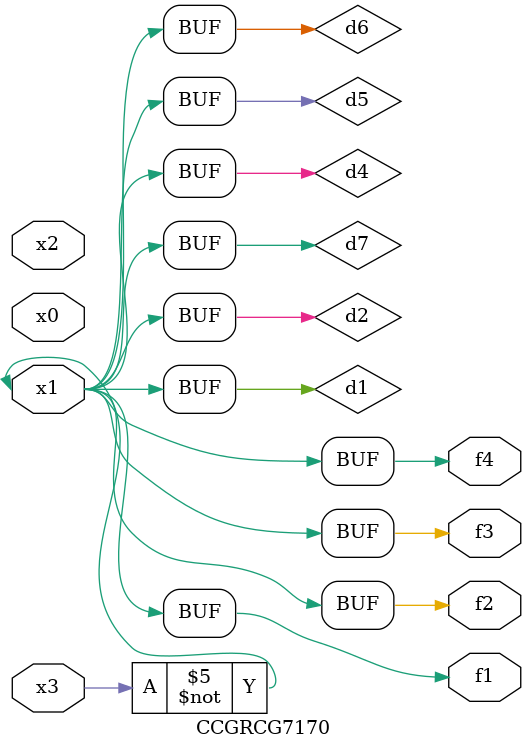
<source format=v>
module CCGRCG7170(
	input x0, x1, x2, x3,
	output f1, f2, f3, f4
);

	wire d1, d2, d3, d4, d5, d6, d7;

	not (d1, x3);
	buf (d2, x1);
	xnor (d3, d1, d2);
	nor (d4, d1);
	buf (d5, d1, d2);
	buf (d6, d4, d5);
	nand (d7, d4);
	assign f1 = d6;
	assign f2 = d7;
	assign f3 = d6;
	assign f4 = d6;
endmodule

</source>
